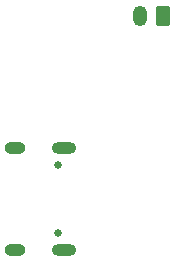
<source format=gbs>
G04 #@! TF.GenerationSoftware,KiCad,Pcbnew,8.0.3*
G04 #@! TF.CreationDate,2024-06-26T13:16:16+02:00*
G04 #@! TF.ProjectId,ESP32-C3-V2,45535033-322d-4433-932d-56322e6b6963,rev?*
G04 #@! TF.SameCoordinates,Original*
G04 #@! TF.FileFunction,Soldermask,Bot*
G04 #@! TF.FilePolarity,Negative*
%FSLAX46Y46*%
G04 Gerber Fmt 4.6, Leading zero omitted, Abs format (unit mm)*
G04 Created by KiCad (PCBNEW 8.0.3) date 2024-06-26 13:16:16*
%MOMM*%
%LPD*%
G01*
G04 APERTURE LIST*
G04 Aperture macros list*
%AMRoundRect*
0 Rectangle with rounded corners*
0 $1 Rounding radius*
0 $2 $3 $4 $5 $6 $7 $8 $9 X,Y pos of 4 corners*
0 Add a 4 corners polygon primitive as box body*
4,1,4,$2,$3,$4,$5,$6,$7,$8,$9,$2,$3,0*
0 Add four circle primitives for the rounded corners*
1,1,$1+$1,$2,$3*
1,1,$1+$1,$4,$5*
1,1,$1+$1,$6,$7*
1,1,$1+$1,$8,$9*
0 Add four rect primitives between the rounded corners*
20,1,$1+$1,$2,$3,$4,$5,0*
20,1,$1+$1,$4,$5,$6,$7,0*
20,1,$1+$1,$6,$7,$8,$9,0*
20,1,$1+$1,$8,$9,$2,$3,0*%
G04 Aperture macros list end*
%ADD10C,0.660000*%
%ADD11O,2.100000X1.000000*%
%ADD12O,1.800000X1.000000*%
%ADD13RoundRect,0.250000X0.350000X0.625000X-0.350000X0.625000X-0.350000X-0.625000X0.350000X-0.625000X0*%
%ADD14O,1.200000X1.750000*%
G04 APERTURE END LIST*
D10*
G04 #@! TO.C,U1*
X38000000Y-4520000D03*
X38000000Y-10300000D03*
D11*
X38500000Y-3090000D03*
D12*
X34320000Y-3090000D03*
D11*
X38500000Y-11730000D03*
D12*
X34320000Y-11730000D03*
G04 #@! TD*
D13*
G04 #@! TO.C,J2*
X46900000Y8050000D03*
D14*
X44900000Y8050000D03*
G04 #@! TD*
M02*

</source>
